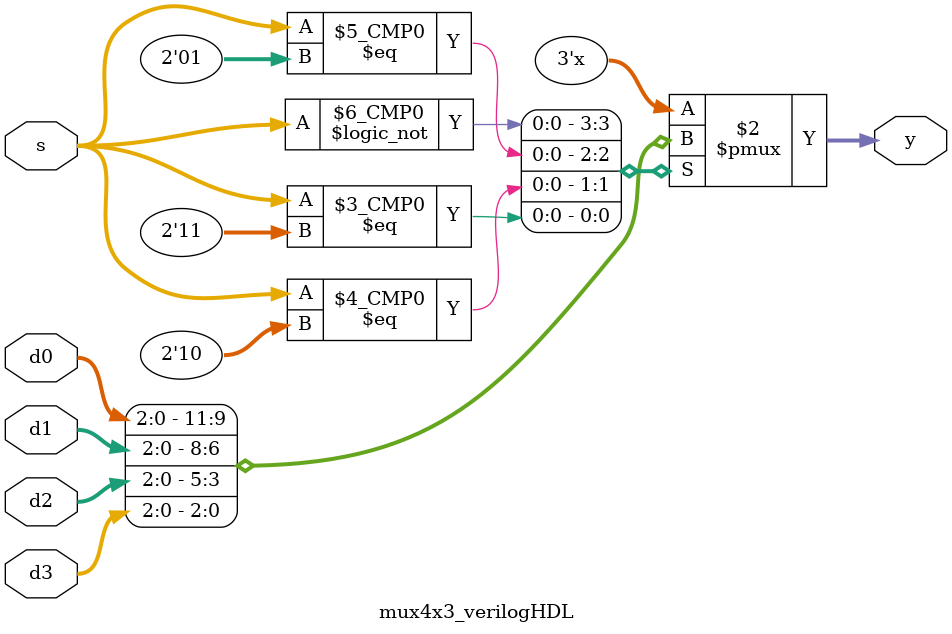
<source format=v>
`timescale 1ns / 1ps


module mux4x3_verilogHDL (
    input      [1:0] s,     // 2Î»Ñ¡ÔñÐÅºÅ
    input      [2:0] d0,    // 3Î»Êý¾ÝÊäÈë0
    input      [2:0] d1,    // 3Î»Êý¾ÝÊäÈë1
    input      [2:0] d2,    // 3Î»Êý¾ÝÊäÈë2
    input      [2:0] d3,    // 3Î»Êý¾ÝÊäÈë3
    output reg [2:0] y      // 3Î»Êä³öÐÅºÅ
);

    // µ±Ñ¡ÔñÐÅºÅs±ä»¯Ê±£¬Ö´ÐÐcaseÓï¾ä
    always @(s or d0 or d1 or d2 or d3) begin
        case (s)
            2'b00: y = d0; // Èç¹ûsÎª00, yÊä³öd0
            2'b01: y = d1; // Èç¹ûsÎª01, yÊä³öd1
            2'b10: y = d2; // Èç¹ûsÎª10, yÊä³öd2
            2'b11: y = d3; // Èç¹ûsÎª11, yÊä³öd3
            default: y = 3'bxxx; // ÆäËûÇé¿ö
        endcase
    end

endmodule

</source>
